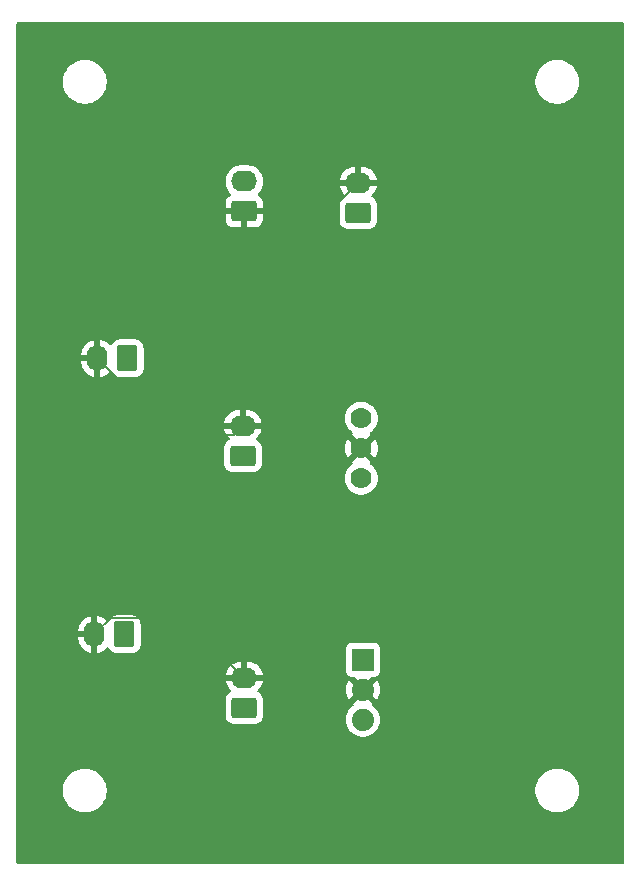
<source format=gbr>
%TF.GenerationSoftware,KiCad,Pcbnew,8.0.8*%
%TF.CreationDate,2025-04-15T11:04:33-05:00*%
%TF.ProjectId,PowerOnly,506f7765-724f-46e6-9c79-2e6b69636164,rev?*%
%TF.SameCoordinates,Original*%
%TF.FileFunction,Copper,L2,Bot*%
%TF.FilePolarity,Positive*%
%FSLAX46Y46*%
G04 Gerber Fmt 4.6, Leading zero omitted, Abs format (unit mm)*
G04 Created by KiCad (PCBNEW 8.0.8) date 2025-04-15 11:04:33*
%MOMM*%
%LPD*%
G01*
G04 APERTURE LIST*
G04 Aperture macros list*
%AMRoundRect*
0 Rectangle with rounded corners*
0 $1 Rounding radius*
0 $2 $3 $4 $5 $6 $7 $8 $9 X,Y pos of 4 corners*
0 Add a 4 corners polygon primitive as box body*
4,1,4,$2,$3,$4,$5,$6,$7,$8,$9,$2,$3,0*
0 Add four circle primitives for the rounded corners*
1,1,$1+$1,$2,$3*
1,1,$1+$1,$4,$5*
1,1,$1+$1,$6,$7*
1,1,$1+$1,$8,$9*
0 Add four rect primitives between the rounded corners*
20,1,$1+$1,$2,$3,$4,$5,0*
20,1,$1+$1,$4,$5,$6,$7,0*
20,1,$1+$1,$6,$7,$8,$9,0*
20,1,$1+$1,$8,$9,$2,$3,0*%
G04 Aperture macros list end*
%TA.AperFunction,ComponentPad*%
%ADD10RoundRect,0.250000X0.620000X0.845000X-0.620000X0.845000X-0.620000X-0.845000X0.620000X-0.845000X0*%
%TD*%
%TA.AperFunction,ComponentPad*%
%ADD11O,1.740000X2.190000*%
%TD*%
%TA.AperFunction,ComponentPad*%
%ADD12R,1.879600X1.879600*%
%TD*%
%TA.AperFunction,ComponentPad*%
%ADD13C,1.879600*%
%TD*%
%TA.AperFunction,ComponentPad*%
%ADD14C,1.778000*%
%TD*%
%TA.AperFunction,ComponentPad*%
%ADD15RoundRect,0.250000X0.845000X-0.620000X0.845000X0.620000X-0.845000X0.620000X-0.845000X-0.620000X0*%
%TD*%
%TA.AperFunction,ComponentPad*%
%ADD16O,2.190000X1.740000*%
%TD*%
%TA.AperFunction,Conductor*%
%ADD17C,0.200000*%
%TD*%
G04 APERTURE END LIST*
D10*
%TO.P,J3,1,Pin_1*%
%TO.N,Net-(J3-Pin_1)*%
X133604000Y-73406000D03*
D11*
%TO.P,J3,2,Pin_2*%
%TO.N,GND*%
X131064000Y-73406000D03*
%TD*%
D10*
%TO.P,J2,1,Pin_1*%
%TO.N,Net-(J2-Pin_1)*%
X133350000Y-96774000D03*
D11*
%TO.P,J2,2,Pin_2*%
%TO.N,GND*%
X130810000Y-96774000D03*
%TD*%
D12*
%TO.P,U2,1,IN*%
%TO.N,Net-(J3-Pin_1)*%
X153543000Y-98933000D03*
D13*
%TO.P,U2,2,GND*%
%TO.N,GND*%
X153543000Y-101473000D03*
%TO.P,U2,3,OUT*%
%TO.N,Net-(J2-Pin_1)*%
X153543000Y-104013000D03*
%TD*%
D14*
%TO.P,U1,1,INPUT*%
%TO.N,Net-(J1-Pin_1)*%
X153416000Y-78486000D03*
%TO.P,U1,2,GROUND*%
%TO.N,GND*%
X153416000Y-81026000D03*
%TO.P,U1,3,OUTPUT*%
%TO.N,Net-(J3-Pin_1)*%
X153416000Y-83566000D03*
%TD*%
D15*
%TO.P,J1,1,Pin_1*%
%TO.N,Net-(J1-Pin_1)*%
X153162000Y-61087000D03*
D16*
%TO.P,J1,2,Pin_2*%
%TO.N,GND*%
X153162000Y-58547000D03*
%TD*%
D15*
%TO.P,C3,1*%
%TO.N,Net-(J2-Pin_1)*%
X143510000Y-102997000D03*
D16*
%TO.P,C3,2*%
%TO.N,GND*%
X143510000Y-100457000D03*
%TD*%
D15*
%TO.P,C2,1*%
%TO.N,Net-(J3-Pin_1)*%
X143383000Y-81661000D03*
D16*
%TO.P,C2,2*%
%TO.N,GND*%
X143383000Y-79121000D03*
%TD*%
D15*
%TO.P,C1,1*%
%TO.N,GND*%
X143510000Y-60960000D03*
D16*
%TO.P,C1,2*%
%TO.N,Net-(J1-Pin_1)*%
X143510000Y-58420000D03*
%TD*%
D17*
%TO.N,GND*%
X131064000Y-73406000D02*
X137541000Y-79883000D01*
X142621000Y-79883000D02*
X143383000Y-79121000D01*
X137541000Y-79883000D02*
X142621000Y-79883000D01*
X130810000Y-96774000D02*
X132205000Y-95379000D01*
X132205000Y-95379000D02*
X138432000Y-95379000D01*
X138432000Y-95379000D02*
X143510000Y-100457000D01*
X143510000Y-100457000D02*
X152527000Y-100457000D01*
X152527000Y-100457000D02*
X153543000Y-101473000D01*
X143383000Y-79121000D02*
X151511000Y-79121000D01*
X151511000Y-79121000D02*
X153416000Y-81026000D01*
X143510000Y-60960000D02*
X150749000Y-60960000D01*
X150749000Y-60960000D02*
X153162000Y-58547000D01*
%TD*%
%TA.AperFunction,Conductor*%
%TO.N,GND*%
G36*
X175591539Y-44965185D02*
G01*
X175637294Y-45017989D01*
X175648500Y-45069500D01*
X175648500Y-116073500D01*
X175628815Y-116140539D01*
X175576011Y-116186294D01*
X175524500Y-116197500D01*
X124332500Y-116197500D01*
X124265461Y-116177815D01*
X124219706Y-116125011D01*
X124208500Y-116073500D01*
X124208500Y-109878711D01*
X128149500Y-109878711D01*
X128149500Y-110121288D01*
X128181161Y-110361785D01*
X128243947Y-110596104D01*
X128336773Y-110820205D01*
X128336776Y-110820212D01*
X128458064Y-111030289D01*
X128458066Y-111030292D01*
X128458067Y-111030293D01*
X128605733Y-111222736D01*
X128605739Y-111222743D01*
X128777256Y-111394260D01*
X128777262Y-111394265D01*
X128969711Y-111541936D01*
X129179788Y-111663224D01*
X129403900Y-111756054D01*
X129638211Y-111818838D01*
X129818586Y-111842584D01*
X129878711Y-111850500D01*
X129878712Y-111850500D01*
X130121289Y-111850500D01*
X130169388Y-111844167D01*
X130361789Y-111818838D01*
X130596100Y-111756054D01*
X130820212Y-111663224D01*
X131030289Y-111541936D01*
X131222738Y-111394265D01*
X131394265Y-111222738D01*
X131541936Y-111030289D01*
X131663224Y-110820212D01*
X131756054Y-110596100D01*
X131818838Y-110361789D01*
X131850500Y-110121288D01*
X131850500Y-109878712D01*
X131850500Y-109878711D01*
X168149500Y-109878711D01*
X168149500Y-110121288D01*
X168181161Y-110361785D01*
X168243947Y-110596104D01*
X168336773Y-110820205D01*
X168336776Y-110820212D01*
X168458064Y-111030289D01*
X168458066Y-111030292D01*
X168458067Y-111030293D01*
X168605733Y-111222736D01*
X168605739Y-111222743D01*
X168777256Y-111394260D01*
X168777262Y-111394265D01*
X168969711Y-111541936D01*
X169179788Y-111663224D01*
X169403900Y-111756054D01*
X169638211Y-111818838D01*
X169818586Y-111842584D01*
X169878711Y-111850500D01*
X169878712Y-111850500D01*
X170121289Y-111850500D01*
X170169388Y-111844167D01*
X170361789Y-111818838D01*
X170596100Y-111756054D01*
X170820212Y-111663224D01*
X171030289Y-111541936D01*
X171222738Y-111394265D01*
X171394265Y-111222738D01*
X171541936Y-111030289D01*
X171663224Y-110820212D01*
X171756054Y-110596100D01*
X171818838Y-110361789D01*
X171850500Y-110121288D01*
X171850500Y-109878712D01*
X171818838Y-109638211D01*
X171756054Y-109403900D01*
X171663224Y-109179788D01*
X171541936Y-108969711D01*
X171394265Y-108777262D01*
X171394260Y-108777256D01*
X171222743Y-108605739D01*
X171222736Y-108605733D01*
X171030293Y-108458067D01*
X171030292Y-108458066D01*
X171030289Y-108458064D01*
X170820212Y-108336776D01*
X170820205Y-108336773D01*
X170596104Y-108243947D01*
X170361785Y-108181161D01*
X170121289Y-108149500D01*
X170121288Y-108149500D01*
X169878712Y-108149500D01*
X169878711Y-108149500D01*
X169638214Y-108181161D01*
X169403895Y-108243947D01*
X169179794Y-108336773D01*
X169179785Y-108336777D01*
X168969706Y-108458067D01*
X168777263Y-108605733D01*
X168777256Y-108605739D01*
X168605739Y-108777256D01*
X168605733Y-108777263D01*
X168458067Y-108969706D01*
X168336777Y-109179785D01*
X168336773Y-109179794D01*
X168243947Y-109403895D01*
X168181161Y-109638214D01*
X168149500Y-109878711D01*
X131850500Y-109878711D01*
X131818838Y-109638211D01*
X131756054Y-109403900D01*
X131663224Y-109179788D01*
X131541936Y-108969711D01*
X131394265Y-108777262D01*
X131394260Y-108777256D01*
X131222743Y-108605739D01*
X131222736Y-108605733D01*
X131030293Y-108458067D01*
X131030292Y-108458066D01*
X131030289Y-108458064D01*
X130820212Y-108336776D01*
X130820205Y-108336773D01*
X130596104Y-108243947D01*
X130361785Y-108181161D01*
X130121289Y-108149500D01*
X130121288Y-108149500D01*
X129878712Y-108149500D01*
X129878711Y-108149500D01*
X129638214Y-108181161D01*
X129403895Y-108243947D01*
X129179794Y-108336773D01*
X129179785Y-108336777D01*
X128969706Y-108458067D01*
X128777263Y-108605733D01*
X128777256Y-108605739D01*
X128605739Y-108777256D01*
X128605733Y-108777263D01*
X128458067Y-108969706D01*
X128336777Y-109179785D01*
X128336773Y-109179794D01*
X128243947Y-109403895D01*
X128181161Y-109638214D01*
X128149500Y-109878711D01*
X124208500Y-109878711D01*
X124208500Y-102326983D01*
X141914500Y-102326983D01*
X141914500Y-103667001D01*
X141914501Y-103667018D01*
X141925000Y-103769796D01*
X141925001Y-103769799D01*
X141926768Y-103775130D01*
X141980186Y-103936334D01*
X142072288Y-104085656D01*
X142196344Y-104209712D01*
X142345666Y-104301814D01*
X142512203Y-104356999D01*
X142614991Y-104367500D01*
X144405008Y-104367499D01*
X144507797Y-104356999D01*
X144674334Y-104301814D01*
X144823656Y-104209712D01*
X144947712Y-104085656D01*
X144992530Y-104012994D01*
X152097764Y-104012994D01*
X152097764Y-104013005D01*
X152117473Y-104250869D01*
X152117475Y-104250881D01*
X152176070Y-104482267D01*
X152271951Y-104700852D01*
X152271953Y-104700856D01*
X152402506Y-104900682D01*
X152564168Y-105076295D01*
X152752531Y-105222903D01*
X152962455Y-105336509D01*
X153188216Y-105414012D01*
X153423653Y-105453300D01*
X153423654Y-105453300D01*
X153662346Y-105453300D01*
X153662347Y-105453300D01*
X153897784Y-105414012D01*
X154123545Y-105336509D01*
X154333469Y-105222903D01*
X154521832Y-105076295D01*
X154683494Y-104900682D01*
X154814047Y-104700856D01*
X154909929Y-104482267D01*
X154968525Y-104250878D01*
X154971936Y-104209712D01*
X154988236Y-104013005D01*
X154988236Y-104012994D01*
X154968526Y-103775130D01*
X154968524Y-103775118D01*
X154909929Y-103543732D01*
X154814048Y-103325147D01*
X154814047Y-103325144D01*
X154683494Y-103125318D01*
X154521832Y-102949705D01*
X154521827Y-102949701D01*
X154521825Y-102949699D01*
X154381571Y-102840535D01*
X154340758Y-102783825D01*
X154337083Y-102714052D01*
X154369992Y-102656387D01*
X154370158Y-102653711D01*
X153817888Y-102101441D01*
X153867848Y-102080748D01*
X153980172Y-102005695D01*
X154075695Y-101910172D01*
X154150748Y-101797848D01*
X154171441Y-101747889D01*
X154722941Y-102299389D01*
X154813604Y-102160621D01*
X154813609Y-102160613D01*
X154909454Y-101942104D01*
X154968030Y-101710796D01*
X154968032Y-101710788D01*
X154987735Y-101473006D01*
X154987735Y-101472993D01*
X154968032Y-101235211D01*
X154968030Y-101235203D01*
X154909454Y-101003895D01*
X154813606Y-100785380D01*
X154722941Y-100646609D01*
X154171441Y-101198110D01*
X154150748Y-101148152D01*
X154075695Y-101035828D01*
X153980172Y-100940305D01*
X153867848Y-100865252D01*
X153817888Y-100844557D01*
X154252828Y-100409618D01*
X154314151Y-100376133D01*
X154340508Y-100373299D01*
X154530672Y-100373299D01*
X154590283Y-100366891D01*
X154725131Y-100316596D01*
X154840346Y-100230346D01*
X154926596Y-100115131D01*
X154976891Y-99980283D01*
X154983300Y-99920673D01*
X154983299Y-97945328D01*
X154976891Y-97885717D01*
X154926596Y-97750869D01*
X154926595Y-97750868D01*
X154926593Y-97750864D01*
X154840347Y-97635655D01*
X154840344Y-97635652D01*
X154725135Y-97549406D01*
X154725128Y-97549402D01*
X154590282Y-97499108D01*
X154590283Y-97499108D01*
X154530683Y-97492701D01*
X154530681Y-97492700D01*
X154530673Y-97492700D01*
X154530664Y-97492700D01*
X152555329Y-97492700D01*
X152555323Y-97492701D01*
X152495716Y-97499108D01*
X152360871Y-97549402D01*
X152360864Y-97549406D01*
X152245655Y-97635652D01*
X152245652Y-97635655D01*
X152159406Y-97750864D01*
X152159402Y-97750871D01*
X152109108Y-97885717D01*
X152102701Y-97945316D01*
X152102701Y-97945323D01*
X152102700Y-97945335D01*
X152102700Y-99920670D01*
X152102701Y-99920676D01*
X152109108Y-99980283D01*
X152159402Y-100115128D01*
X152159406Y-100115135D01*
X152245652Y-100230344D01*
X152245655Y-100230347D01*
X152360864Y-100316593D01*
X152360871Y-100316597D01*
X152405818Y-100333361D01*
X152495717Y-100366891D01*
X152555327Y-100373300D01*
X152745493Y-100373299D01*
X152812530Y-100392983D01*
X152833172Y-100409618D01*
X153268111Y-100844557D01*
X153218152Y-100865252D01*
X153105828Y-100940305D01*
X153010305Y-101035828D01*
X152935252Y-101148152D01*
X152914558Y-101198111D01*
X152363057Y-100646609D01*
X152272392Y-100785382D01*
X152176545Y-101003895D01*
X152117969Y-101235203D01*
X152117967Y-101235211D01*
X152098265Y-101472993D01*
X152098265Y-101473006D01*
X152117967Y-101710788D01*
X152117969Y-101710796D01*
X152176545Y-101942104D01*
X152272391Y-102160614D01*
X152363057Y-102299389D01*
X152914557Y-101747888D01*
X152935252Y-101797848D01*
X153010305Y-101910172D01*
X153105828Y-102005695D01*
X153218152Y-102080748D01*
X153268110Y-102101441D01*
X152715839Y-102653711D01*
X152716313Y-102661345D01*
X152745242Y-102701543D01*
X152748914Y-102771316D01*
X152714281Y-102831999D01*
X152704428Y-102840536D01*
X152564170Y-102949703D01*
X152402506Y-103125317D01*
X152271951Y-103325147D01*
X152176070Y-103543732D01*
X152117475Y-103775118D01*
X152117473Y-103775130D01*
X152097764Y-104012994D01*
X144992530Y-104012994D01*
X145039814Y-103936334D01*
X145094999Y-103769797D01*
X145105500Y-103667009D01*
X145105499Y-102326992D01*
X145094999Y-102224203D01*
X145039814Y-102057666D01*
X144947712Y-101908344D01*
X144823656Y-101784288D01*
X144674334Y-101692186D01*
X144674332Y-101692185D01*
X144674325Y-101692181D01*
X144673165Y-101691640D01*
X144672503Y-101691057D01*
X144668187Y-101688395D01*
X144668642Y-101687657D01*
X144620727Y-101645466D01*
X144601577Y-101578272D01*
X144621795Y-101511392D01*
X144637892Y-101491578D01*
X144779977Y-101349493D01*
X144906728Y-101175036D01*
X145004627Y-100982901D01*
X145071266Y-100777809D01*
X145082481Y-100707000D01*
X144052709Y-100707000D01*
X144064452Y-100686661D01*
X144105000Y-100535333D01*
X144105000Y-100378667D01*
X144064452Y-100227339D01*
X144052709Y-100207000D01*
X145082481Y-100207000D01*
X145071266Y-100136190D01*
X145004627Y-99931098D01*
X144906728Y-99738963D01*
X144779974Y-99564503D01*
X144779974Y-99564502D01*
X144627497Y-99412025D01*
X144453036Y-99285271D01*
X144260901Y-99187372D01*
X144055809Y-99120734D01*
X143842820Y-99087000D01*
X143760000Y-99087000D01*
X143760000Y-99914290D01*
X143739661Y-99902548D01*
X143588333Y-99862000D01*
X143431667Y-99862000D01*
X143280339Y-99902548D01*
X143260000Y-99914290D01*
X143260000Y-99087000D01*
X143177180Y-99087000D01*
X142964190Y-99120734D01*
X142759098Y-99187372D01*
X142566963Y-99285271D01*
X142392503Y-99412025D01*
X142392502Y-99412025D01*
X142240025Y-99564502D01*
X142240025Y-99564503D01*
X142113271Y-99738963D01*
X142015372Y-99931098D01*
X141948733Y-100136190D01*
X141937519Y-100207000D01*
X142967291Y-100207000D01*
X142955548Y-100227339D01*
X142915000Y-100378667D01*
X142915000Y-100535333D01*
X142955548Y-100686661D01*
X142967291Y-100707000D01*
X141937519Y-100707000D01*
X141948733Y-100777809D01*
X142015372Y-100982901D01*
X142113271Y-101175036D01*
X142240025Y-101349496D01*
X142240025Y-101349497D01*
X142382107Y-101491579D01*
X142415592Y-101552902D01*
X142410608Y-101622594D01*
X142368736Y-101678527D01*
X142346840Y-101691638D01*
X142345672Y-101692182D01*
X142196342Y-101784289D01*
X142072289Y-101908342D01*
X141980187Y-102057663D01*
X141980186Y-102057666D01*
X141925001Y-102224203D01*
X141925001Y-102224204D01*
X141925000Y-102224204D01*
X141914500Y-102326983D01*
X124208500Y-102326983D01*
X124208500Y-96441179D01*
X129440000Y-96441179D01*
X129440000Y-96524000D01*
X130267291Y-96524000D01*
X130255548Y-96544339D01*
X130215000Y-96695667D01*
X130215000Y-96852333D01*
X130255548Y-97003661D01*
X130267291Y-97024000D01*
X129440000Y-97024000D01*
X129440000Y-97106820D01*
X129473734Y-97319809D01*
X129540372Y-97524901D01*
X129638271Y-97717036D01*
X129765025Y-97891496D01*
X129765025Y-97891497D01*
X129917502Y-98043974D01*
X130091963Y-98170728D01*
X130284098Y-98268627D01*
X130489190Y-98335266D01*
X130560000Y-98346481D01*
X130560000Y-97316709D01*
X130580339Y-97328452D01*
X130731667Y-97369000D01*
X130888333Y-97369000D01*
X131039661Y-97328452D01*
X131060000Y-97316709D01*
X131060000Y-98346480D01*
X131130809Y-98335266D01*
X131335901Y-98268627D01*
X131528036Y-98170728D01*
X131702493Y-98043977D01*
X131844578Y-97901892D01*
X131905901Y-97868407D01*
X131975593Y-97873391D01*
X132031527Y-97915262D01*
X132044640Y-97937165D01*
X132045181Y-97938325D01*
X132045185Y-97938331D01*
X132045186Y-97938334D01*
X132137288Y-98087656D01*
X132261344Y-98211712D01*
X132410666Y-98303814D01*
X132577203Y-98358999D01*
X132679991Y-98369500D01*
X134020008Y-98369499D01*
X134122797Y-98358999D01*
X134289334Y-98303814D01*
X134438656Y-98211712D01*
X134562712Y-98087656D01*
X134654814Y-97938334D01*
X134709999Y-97771797D01*
X134720500Y-97669009D01*
X134720499Y-95878992D01*
X134709999Y-95776203D01*
X134654814Y-95609666D01*
X134562712Y-95460344D01*
X134438656Y-95336288D01*
X134289334Y-95244186D01*
X134122797Y-95189001D01*
X134122795Y-95189000D01*
X134020010Y-95178500D01*
X132679998Y-95178500D01*
X132679981Y-95178501D01*
X132577203Y-95189000D01*
X132577200Y-95189001D01*
X132410668Y-95244185D01*
X132410663Y-95244187D01*
X132261342Y-95336289D01*
X132137289Y-95460342D01*
X132045182Y-95609672D01*
X132044638Y-95610840D01*
X132044051Y-95611505D01*
X132041395Y-95615813D01*
X132040658Y-95615358D01*
X131998461Y-95663275D01*
X131931266Y-95682422D01*
X131864387Y-95662201D01*
X131844579Y-95646107D01*
X131702497Y-95504025D01*
X131528036Y-95377271D01*
X131335899Y-95279372D01*
X131130805Y-95212733D01*
X131060000Y-95201518D01*
X131060000Y-96231290D01*
X131039661Y-96219548D01*
X130888333Y-96179000D01*
X130731667Y-96179000D01*
X130580339Y-96219548D01*
X130560000Y-96231290D01*
X130560000Y-95201518D01*
X130559999Y-95201518D01*
X130489194Y-95212733D01*
X130284100Y-95279372D01*
X130091963Y-95377271D01*
X129917503Y-95504025D01*
X129917502Y-95504025D01*
X129765025Y-95656502D01*
X129765025Y-95656503D01*
X129638271Y-95830963D01*
X129540372Y-96023098D01*
X129473734Y-96228190D01*
X129440000Y-96441179D01*
X124208500Y-96441179D01*
X124208500Y-80990983D01*
X141787500Y-80990983D01*
X141787500Y-82331001D01*
X141787501Y-82331018D01*
X141798000Y-82433796D01*
X141798001Y-82433799D01*
X141833262Y-82540208D01*
X141853186Y-82600334D01*
X141945288Y-82749656D01*
X142069344Y-82873712D01*
X142218666Y-82965814D01*
X142385203Y-83020999D01*
X142487991Y-83031500D01*
X144278008Y-83031499D01*
X144380797Y-83020999D01*
X144547334Y-82965814D01*
X144696656Y-82873712D01*
X144820712Y-82749656D01*
X144912814Y-82600334D01*
X144967999Y-82433797D01*
X144978500Y-82331009D01*
X144978499Y-80990992D01*
X144967999Y-80888203D01*
X144912814Y-80721666D01*
X144820712Y-80572344D01*
X144696656Y-80448288D01*
X144547334Y-80356186D01*
X144547332Y-80356185D01*
X144547325Y-80356181D01*
X144546165Y-80355640D01*
X144545503Y-80355057D01*
X144541187Y-80352395D01*
X144541642Y-80351657D01*
X144493727Y-80309466D01*
X144474577Y-80242272D01*
X144494795Y-80175392D01*
X144510892Y-80155578D01*
X144652977Y-80013493D01*
X144779728Y-79839036D01*
X144877627Y-79646901D01*
X144944266Y-79441809D01*
X144955481Y-79371000D01*
X143925709Y-79371000D01*
X143937452Y-79350661D01*
X143978000Y-79199333D01*
X143978000Y-79042667D01*
X143937452Y-78891339D01*
X143925709Y-78871000D01*
X144955481Y-78871000D01*
X144944266Y-78800190D01*
X144877627Y-78595098D01*
X144822035Y-78485994D01*
X152021738Y-78485994D01*
X152021738Y-78486005D01*
X152040753Y-78715484D01*
X152097282Y-78938714D01*
X152189782Y-79149594D01*
X152315728Y-79342370D01*
X152342084Y-79371000D01*
X152471692Y-79511792D01*
X152581319Y-79597118D01*
X152657459Y-79656380D01*
X152656570Y-79657521D01*
X152697632Y-79705624D01*
X152707063Y-79774855D01*
X152677568Y-79838194D01*
X152657429Y-79855651D01*
X152657733Y-79856041D01*
X152625040Y-79881485D01*
X152625040Y-79881487D01*
X153179992Y-80436438D01*
X153115215Y-80463271D01*
X153011211Y-80532764D01*
X152922764Y-80621211D01*
X152853271Y-80725215D01*
X152826439Y-80789992D01*
X152272760Y-80236313D01*
X152190224Y-80362644D01*
X152097757Y-80573446D01*
X152041249Y-80796591D01*
X152041247Y-80796603D01*
X152022240Y-81025994D01*
X152022240Y-81026005D01*
X152041247Y-81255396D01*
X152041249Y-81255408D01*
X152097757Y-81478553D01*
X152190224Y-81689355D01*
X152272759Y-81815685D01*
X152826438Y-81262006D01*
X152853271Y-81326785D01*
X152922764Y-81430789D01*
X153011211Y-81519236D01*
X153115215Y-81588729D01*
X153179991Y-81615560D01*
X152625040Y-82170512D01*
X152625040Y-82170514D01*
X152657733Y-82195960D01*
X152656789Y-82197172D01*
X152697639Y-82245043D01*
X152707060Y-82314274D01*
X152677556Y-82377609D01*
X152657181Y-82395263D01*
X152657459Y-82395620D01*
X152471694Y-82540206D01*
X152471689Y-82540211D01*
X152315728Y-82709629D01*
X152189782Y-82902405D01*
X152097282Y-83113285D01*
X152040753Y-83336515D01*
X152021738Y-83565994D01*
X152021738Y-83566005D01*
X152040753Y-83795484D01*
X152097282Y-84018714D01*
X152189782Y-84229594D01*
X152315728Y-84422370D01*
X152315731Y-84422373D01*
X152471692Y-84591792D01*
X152653411Y-84733229D01*
X152855931Y-84842828D01*
X152969025Y-84881653D01*
X153073725Y-84917597D01*
X153073727Y-84917597D01*
X153073729Y-84917598D01*
X153300863Y-84955500D01*
X153300864Y-84955500D01*
X153531136Y-84955500D01*
X153531137Y-84955500D01*
X153758271Y-84917598D01*
X153976069Y-84842828D01*
X154178589Y-84733229D01*
X154360308Y-84591792D01*
X154516269Y-84422373D01*
X154642217Y-84229595D01*
X154734717Y-84018716D01*
X154791246Y-83795488D01*
X154810262Y-83566000D01*
X154791246Y-83336512D01*
X154734717Y-83113284D01*
X154642217Y-82902405D01*
X154542422Y-82749657D01*
X154516271Y-82709629D01*
X154489355Y-82680390D01*
X154360308Y-82540208D01*
X154223591Y-82433797D01*
X154174541Y-82395620D01*
X154175428Y-82394480D01*
X154134363Y-82346366D01*
X154124938Y-82277135D01*
X154154437Y-82213798D01*
X154174571Y-82196352D01*
X154174266Y-82195960D01*
X154206958Y-82170513D01*
X154206959Y-82170511D01*
X153652008Y-81615560D01*
X153716785Y-81588729D01*
X153820789Y-81519236D01*
X153909236Y-81430789D01*
X153978729Y-81326785D01*
X154005560Y-81262008D01*
X154559238Y-81815686D01*
X154641774Y-81689357D01*
X154734242Y-81478553D01*
X154790750Y-81255408D01*
X154790752Y-81255396D01*
X154809760Y-81026005D01*
X154809760Y-81025994D01*
X154790752Y-80796603D01*
X154790750Y-80796591D01*
X154734242Y-80573446D01*
X154641775Y-80362644D01*
X154559238Y-80236312D01*
X154005560Y-80789990D01*
X153978729Y-80725215D01*
X153909236Y-80621211D01*
X153820789Y-80532764D01*
X153716785Y-80463271D01*
X153652007Y-80436438D01*
X154206958Y-79881486D01*
X154206958Y-79881484D01*
X154174267Y-79856040D01*
X154175209Y-79854829D01*
X154134355Y-79806947D01*
X154124941Y-79737714D01*
X154154450Y-79674382D01*
X154174820Y-79656738D01*
X154174541Y-79656380D01*
X154211174Y-79627866D01*
X154360308Y-79511792D01*
X154516269Y-79342373D01*
X154642217Y-79149595D01*
X154734717Y-78938716D01*
X154791246Y-78715488D01*
X154803588Y-78566548D01*
X154810262Y-78486005D01*
X154810262Y-78485994D01*
X154791246Y-78256515D01*
X154791246Y-78256512D01*
X154734717Y-78033284D01*
X154642217Y-77822405D01*
X154595566Y-77751000D01*
X154516271Y-77629629D01*
X154489355Y-77600390D01*
X154360308Y-77460208D01*
X154292036Y-77407070D01*
X154178591Y-77318772D01*
X153976069Y-77209172D01*
X153976061Y-77209169D01*
X153758274Y-77134402D01*
X153587920Y-77105975D01*
X153531137Y-77096500D01*
X153300863Y-77096500D01*
X153255436Y-77104080D01*
X153073725Y-77134402D01*
X152855938Y-77209169D01*
X152855930Y-77209172D01*
X152653408Y-77318772D01*
X152471694Y-77460206D01*
X152471689Y-77460211D01*
X152315728Y-77629629D01*
X152189782Y-77822405D01*
X152097282Y-78033285D01*
X152040753Y-78256515D01*
X152021738Y-78485994D01*
X144822035Y-78485994D01*
X144779728Y-78402963D01*
X144652974Y-78228503D01*
X144652974Y-78228502D01*
X144500497Y-78076025D01*
X144326036Y-77949271D01*
X144133901Y-77851372D01*
X143928809Y-77784734D01*
X143715820Y-77751000D01*
X143633000Y-77751000D01*
X143633000Y-78578290D01*
X143612661Y-78566548D01*
X143461333Y-78526000D01*
X143304667Y-78526000D01*
X143153339Y-78566548D01*
X143133000Y-78578290D01*
X143133000Y-77751000D01*
X143050180Y-77751000D01*
X142837190Y-77784734D01*
X142632098Y-77851372D01*
X142439963Y-77949271D01*
X142265503Y-78076025D01*
X142265502Y-78076025D01*
X142113025Y-78228502D01*
X142113025Y-78228503D01*
X141986271Y-78402963D01*
X141888372Y-78595098D01*
X141821733Y-78800190D01*
X141810519Y-78871000D01*
X142840291Y-78871000D01*
X142828548Y-78891339D01*
X142788000Y-79042667D01*
X142788000Y-79199333D01*
X142828548Y-79350661D01*
X142840291Y-79371000D01*
X141810519Y-79371000D01*
X141821733Y-79441809D01*
X141888372Y-79646901D01*
X141986271Y-79839036D01*
X142113025Y-80013496D01*
X142113025Y-80013497D01*
X142255107Y-80155579D01*
X142288592Y-80216902D01*
X142283608Y-80286594D01*
X142241736Y-80342527D01*
X142219840Y-80355638D01*
X142218672Y-80356182D01*
X142069342Y-80448289D01*
X141945289Y-80572342D01*
X141853187Y-80721663D01*
X141853186Y-80721666D01*
X141798001Y-80888203D01*
X141798001Y-80888204D01*
X141798000Y-80888204D01*
X141787500Y-80990983D01*
X124208500Y-80990983D01*
X124208500Y-73073179D01*
X129694000Y-73073179D01*
X129694000Y-73156000D01*
X130521291Y-73156000D01*
X130509548Y-73176339D01*
X130469000Y-73327667D01*
X130469000Y-73484333D01*
X130509548Y-73635661D01*
X130521291Y-73656000D01*
X129694000Y-73656000D01*
X129694000Y-73738820D01*
X129727734Y-73951809D01*
X129794372Y-74156901D01*
X129892271Y-74349036D01*
X130019025Y-74523496D01*
X130019025Y-74523497D01*
X130171502Y-74675974D01*
X130345963Y-74802728D01*
X130538098Y-74900627D01*
X130743190Y-74967266D01*
X130814000Y-74978481D01*
X130814000Y-73948709D01*
X130834339Y-73960452D01*
X130985667Y-74001000D01*
X131142333Y-74001000D01*
X131293661Y-73960452D01*
X131314000Y-73948709D01*
X131314000Y-74978480D01*
X131384809Y-74967266D01*
X131589901Y-74900627D01*
X131782036Y-74802728D01*
X131956493Y-74675977D01*
X132098578Y-74533892D01*
X132159901Y-74500407D01*
X132229593Y-74505391D01*
X132285527Y-74547262D01*
X132298640Y-74569165D01*
X132299181Y-74570325D01*
X132299185Y-74570331D01*
X132299186Y-74570334D01*
X132391288Y-74719656D01*
X132515344Y-74843712D01*
X132664666Y-74935814D01*
X132831203Y-74990999D01*
X132933991Y-75001500D01*
X134274008Y-75001499D01*
X134376797Y-74990999D01*
X134543334Y-74935814D01*
X134692656Y-74843712D01*
X134816712Y-74719656D01*
X134908814Y-74570334D01*
X134963999Y-74403797D01*
X134974500Y-74301009D01*
X134974499Y-72510992D01*
X134963999Y-72408203D01*
X134908814Y-72241666D01*
X134816712Y-72092344D01*
X134692656Y-71968288D01*
X134543334Y-71876186D01*
X134376797Y-71821001D01*
X134376795Y-71821000D01*
X134274010Y-71810500D01*
X132933998Y-71810500D01*
X132933981Y-71810501D01*
X132831203Y-71821000D01*
X132831200Y-71821001D01*
X132664668Y-71876185D01*
X132664663Y-71876187D01*
X132515342Y-71968289D01*
X132391289Y-72092342D01*
X132299182Y-72241672D01*
X132298638Y-72242840D01*
X132298051Y-72243505D01*
X132295395Y-72247813D01*
X132294658Y-72247358D01*
X132252461Y-72295275D01*
X132185266Y-72314422D01*
X132118387Y-72294201D01*
X132098579Y-72278107D01*
X131956497Y-72136025D01*
X131782036Y-72009271D01*
X131589899Y-71911372D01*
X131384805Y-71844733D01*
X131314000Y-71833518D01*
X131314000Y-72863290D01*
X131293661Y-72851548D01*
X131142333Y-72811000D01*
X130985667Y-72811000D01*
X130834339Y-72851548D01*
X130814000Y-72863290D01*
X130814000Y-71833518D01*
X130813999Y-71833518D01*
X130743194Y-71844733D01*
X130538100Y-71911372D01*
X130345963Y-72009271D01*
X130171503Y-72136025D01*
X130171502Y-72136025D01*
X130019025Y-72288502D01*
X130019025Y-72288503D01*
X129892271Y-72462963D01*
X129794372Y-72655098D01*
X129727734Y-72860190D01*
X129694000Y-73073179D01*
X124208500Y-73073179D01*
X124208500Y-58312133D01*
X141914500Y-58312133D01*
X141914500Y-58527866D01*
X141948245Y-58740922D01*
X141948246Y-58740926D01*
X142014908Y-58946089D01*
X142112843Y-59138299D01*
X142239641Y-59312821D01*
X142239643Y-59312823D01*
X142382003Y-59455183D01*
X142415488Y-59516506D01*
X142410504Y-59586198D01*
X142368632Y-59642131D01*
X142346728Y-59655245D01*
X142345885Y-59655637D01*
X142196654Y-59747684D01*
X142072684Y-59871654D01*
X141980643Y-60020875D01*
X141980641Y-60020880D01*
X141925494Y-60187302D01*
X141925493Y-60187309D01*
X141915000Y-60290013D01*
X141915000Y-60710000D01*
X142967291Y-60710000D01*
X142955548Y-60730339D01*
X142915000Y-60881667D01*
X142915000Y-61038333D01*
X142955548Y-61189661D01*
X142967291Y-61210000D01*
X141915001Y-61210000D01*
X141915001Y-61629986D01*
X141925494Y-61732697D01*
X141980641Y-61899119D01*
X141980643Y-61899124D01*
X142072684Y-62048345D01*
X142196654Y-62172315D01*
X142345875Y-62264356D01*
X142345880Y-62264358D01*
X142512302Y-62319505D01*
X142512309Y-62319506D01*
X142615019Y-62329999D01*
X143259999Y-62329999D01*
X143260000Y-62329998D01*
X143260000Y-61502709D01*
X143280339Y-61514452D01*
X143431667Y-61555000D01*
X143588333Y-61555000D01*
X143739661Y-61514452D01*
X143760000Y-61502709D01*
X143760000Y-62329999D01*
X144404972Y-62329999D01*
X144404986Y-62329998D01*
X144507697Y-62319505D01*
X144674119Y-62264358D01*
X144674124Y-62264356D01*
X144823345Y-62172315D01*
X144947315Y-62048345D01*
X145039356Y-61899124D01*
X145039358Y-61899119D01*
X145094505Y-61732697D01*
X145094506Y-61732690D01*
X145104999Y-61629986D01*
X145105000Y-61629973D01*
X145105000Y-61210000D01*
X144052709Y-61210000D01*
X144064452Y-61189661D01*
X144105000Y-61038333D01*
X144105000Y-60881667D01*
X144064452Y-60730339D01*
X144052709Y-60710000D01*
X145104999Y-60710000D01*
X145104999Y-60416983D01*
X151566500Y-60416983D01*
X151566500Y-61757001D01*
X151566501Y-61757018D01*
X151577000Y-61859796D01*
X151577001Y-61859799D01*
X151632185Y-62026331D01*
X151632186Y-62026334D01*
X151724288Y-62175656D01*
X151848344Y-62299712D01*
X151997666Y-62391814D01*
X152164203Y-62446999D01*
X152266991Y-62457500D01*
X154057008Y-62457499D01*
X154159797Y-62446999D01*
X154326334Y-62391814D01*
X154475656Y-62299712D01*
X154599712Y-62175656D01*
X154691814Y-62026334D01*
X154746999Y-61859797D01*
X154757500Y-61757009D01*
X154757499Y-60416992D01*
X154746999Y-60314203D01*
X154691814Y-60147666D01*
X154599712Y-59998344D01*
X154475656Y-59874288D01*
X154326334Y-59782186D01*
X154326332Y-59782185D01*
X154326325Y-59782181D01*
X154325165Y-59781640D01*
X154324503Y-59781057D01*
X154320187Y-59778395D01*
X154320642Y-59777657D01*
X154272727Y-59735466D01*
X154253577Y-59668272D01*
X154273795Y-59601392D01*
X154289892Y-59581578D01*
X154431977Y-59439493D01*
X154558728Y-59265036D01*
X154656627Y-59072901D01*
X154723266Y-58867809D01*
X154734481Y-58797000D01*
X153704709Y-58797000D01*
X153716452Y-58776661D01*
X153757000Y-58625333D01*
X153757000Y-58468667D01*
X153716452Y-58317339D01*
X153704709Y-58297000D01*
X154734481Y-58297000D01*
X154723266Y-58226190D01*
X154656627Y-58021098D01*
X154558728Y-57828963D01*
X154431974Y-57654503D01*
X154431974Y-57654502D01*
X154279497Y-57502025D01*
X154105036Y-57375271D01*
X153912901Y-57277372D01*
X153707809Y-57210734D01*
X153494820Y-57177000D01*
X153412000Y-57177000D01*
X153412000Y-58004290D01*
X153391661Y-57992548D01*
X153240333Y-57952000D01*
X153083667Y-57952000D01*
X152932339Y-57992548D01*
X152912000Y-58004290D01*
X152912000Y-57177000D01*
X152829180Y-57177000D01*
X152616190Y-57210734D01*
X152411098Y-57277372D01*
X152218963Y-57375271D01*
X152044503Y-57502025D01*
X152044502Y-57502025D01*
X151892025Y-57654502D01*
X151892025Y-57654503D01*
X151765271Y-57828963D01*
X151667372Y-58021098D01*
X151600733Y-58226190D01*
X151589519Y-58297000D01*
X152619291Y-58297000D01*
X152607548Y-58317339D01*
X152567000Y-58468667D01*
X152567000Y-58625333D01*
X152607548Y-58776661D01*
X152619291Y-58797000D01*
X151589519Y-58797000D01*
X151600733Y-58867809D01*
X151667372Y-59072901D01*
X151765271Y-59265036D01*
X151892025Y-59439496D01*
X151892025Y-59439497D01*
X152034107Y-59581579D01*
X152067592Y-59642902D01*
X152062608Y-59712594D01*
X152020736Y-59768527D01*
X151998840Y-59781638D01*
X151997672Y-59782182D01*
X151848342Y-59874289D01*
X151724289Y-59998342D01*
X151632187Y-60147663D01*
X151632185Y-60147668D01*
X151604349Y-60231670D01*
X151577001Y-60314203D01*
X151577001Y-60314204D01*
X151577000Y-60314204D01*
X151566500Y-60416983D01*
X145104999Y-60416983D01*
X145104999Y-60290028D01*
X145104998Y-60290013D01*
X145094505Y-60187302D01*
X145039358Y-60020880D01*
X145039356Y-60020875D01*
X144947315Y-59871654D01*
X144823345Y-59747684D01*
X144674118Y-59655640D01*
X144673277Y-59655248D01*
X144672796Y-59654824D01*
X144667975Y-59651851D01*
X144668483Y-59651027D01*
X144620836Y-59609078D01*
X144601681Y-59541885D01*
X144621894Y-59475003D01*
X144637987Y-59455192D01*
X144780359Y-59312821D01*
X144907157Y-59138299D01*
X145005092Y-58946089D01*
X145071754Y-58740926D01*
X145090062Y-58625333D01*
X145105500Y-58527866D01*
X145105500Y-58312133D01*
X145071754Y-58099077D01*
X145071754Y-58099074D01*
X145005092Y-57893911D01*
X144907157Y-57701701D01*
X144780359Y-57527179D01*
X144627821Y-57374641D01*
X144453299Y-57247843D01*
X144261089Y-57149908D01*
X144055926Y-57083246D01*
X144055924Y-57083245D01*
X144055922Y-57083245D01*
X143842866Y-57049500D01*
X143842861Y-57049500D01*
X143177139Y-57049500D01*
X143177134Y-57049500D01*
X142964077Y-57083245D01*
X142758908Y-57149909D01*
X142566700Y-57247843D01*
X142467129Y-57320186D01*
X142392179Y-57374641D01*
X142392177Y-57374643D01*
X142392176Y-57374643D01*
X142239643Y-57527176D01*
X142239643Y-57527177D01*
X142239641Y-57527179D01*
X142185186Y-57602129D01*
X142112843Y-57701700D01*
X142014909Y-57893908D01*
X141948245Y-58099077D01*
X141914500Y-58312133D01*
X124208500Y-58312133D01*
X124208500Y-49878711D01*
X128149500Y-49878711D01*
X128149500Y-50121288D01*
X128181161Y-50361785D01*
X128243947Y-50596104D01*
X128336773Y-50820205D01*
X128336776Y-50820212D01*
X128458064Y-51030289D01*
X128458066Y-51030292D01*
X128458067Y-51030293D01*
X128605733Y-51222736D01*
X128605739Y-51222743D01*
X128777256Y-51394260D01*
X128777262Y-51394265D01*
X128969711Y-51541936D01*
X129179788Y-51663224D01*
X129403900Y-51756054D01*
X129638211Y-51818838D01*
X129818586Y-51842584D01*
X129878711Y-51850500D01*
X129878712Y-51850500D01*
X130121289Y-51850500D01*
X130169388Y-51844167D01*
X130361789Y-51818838D01*
X130596100Y-51756054D01*
X130820212Y-51663224D01*
X131030289Y-51541936D01*
X131222738Y-51394265D01*
X131394265Y-51222738D01*
X131541936Y-51030289D01*
X131663224Y-50820212D01*
X131756054Y-50596100D01*
X131818838Y-50361789D01*
X131850500Y-50121288D01*
X131850500Y-49878712D01*
X131850500Y-49878711D01*
X168149500Y-49878711D01*
X168149500Y-50121288D01*
X168181161Y-50361785D01*
X168243947Y-50596104D01*
X168336773Y-50820205D01*
X168336776Y-50820212D01*
X168458064Y-51030289D01*
X168458066Y-51030292D01*
X168458067Y-51030293D01*
X168605733Y-51222736D01*
X168605739Y-51222743D01*
X168777256Y-51394260D01*
X168777262Y-51394265D01*
X168969711Y-51541936D01*
X169179788Y-51663224D01*
X169403900Y-51756054D01*
X169638211Y-51818838D01*
X169818586Y-51842584D01*
X169878711Y-51850500D01*
X169878712Y-51850500D01*
X170121289Y-51850500D01*
X170169388Y-51844167D01*
X170361789Y-51818838D01*
X170596100Y-51756054D01*
X170820212Y-51663224D01*
X171030289Y-51541936D01*
X171222738Y-51394265D01*
X171394265Y-51222738D01*
X171541936Y-51030289D01*
X171663224Y-50820212D01*
X171756054Y-50596100D01*
X171818838Y-50361789D01*
X171850500Y-50121288D01*
X171850500Y-49878712D01*
X171818838Y-49638211D01*
X171756054Y-49403900D01*
X171663224Y-49179788D01*
X171541936Y-48969711D01*
X171394265Y-48777262D01*
X171394260Y-48777256D01*
X171222743Y-48605739D01*
X171222736Y-48605733D01*
X171030293Y-48458067D01*
X171030292Y-48458066D01*
X171030289Y-48458064D01*
X170820212Y-48336776D01*
X170820205Y-48336773D01*
X170596104Y-48243947D01*
X170361785Y-48181161D01*
X170121289Y-48149500D01*
X170121288Y-48149500D01*
X169878712Y-48149500D01*
X169878711Y-48149500D01*
X169638214Y-48181161D01*
X169403895Y-48243947D01*
X169179794Y-48336773D01*
X169179785Y-48336777D01*
X168969706Y-48458067D01*
X168777263Y-48605733D01*
X168777256Y-48605739D01*
X168605739Y-48777256D01*
X168605733Y-48777263D01*
X168458067Y-48969706D01*
X168336777Y-49179785D01*
X168336773Y-49179794D01*
X168243947Y-49403895D01*
X168181161Y-49638214D01*
X168149500Y-49878711D01*
X131850500Y-49878711D01*
X131818838Y-49638211D01*
X131756054Y-49403900D01*
X131663224Y-49179788D01*
X131541936Y-48969711D01*
X131394265Y-48777262D01*
X131394260Y-48777256D01*
X131222743Y-48605739D01*
X131222736Y-48605733D01*
X131030293Y-48458067D01*
X131030292Y-48458066D01*
X131030289Y-48458064D01*
X130820212Y-48336776D01*
X130820205Y-48336773D01*
X130596104Y-48243947D01*
X130361785Y-48181161D01*
X130121289Y-48149500D01*
X130121288Y-48149500D01*
X129878712Y-48149500D01*
X129878711Y-48149500D01*
X129638214Y-48181161D01*
X129403895Y-48243947D01*
X129179794Y-48336773D01*
X129179785Y-48336777D01*
X128969706Y-48458067D01*
X128777263Y-48605733D01*
X128777256Y-48605739D01*
X128605739Y-48777256D01*
X128605733Y-48777263D01*
X128458067Y-48969706D01*
X128336777Y-49179785D01*
X128336773Y-49179794D01*
X128243947Y-49403895D01*
X128181161Y-49638214D01*
X128149500Y-49878711D01*
X124208500Y-49878711D01*
X124208500Y-45069500D01*
X124228185Y-45002461D01*
X124280989Y-44956706D01*
X124332500Y-44945500D01*
X175524500Y-44945500D01*
X175591539Y-44965185D01*
G37*
%TD.AperFunction*%
%TD*%
M02*

</source>
